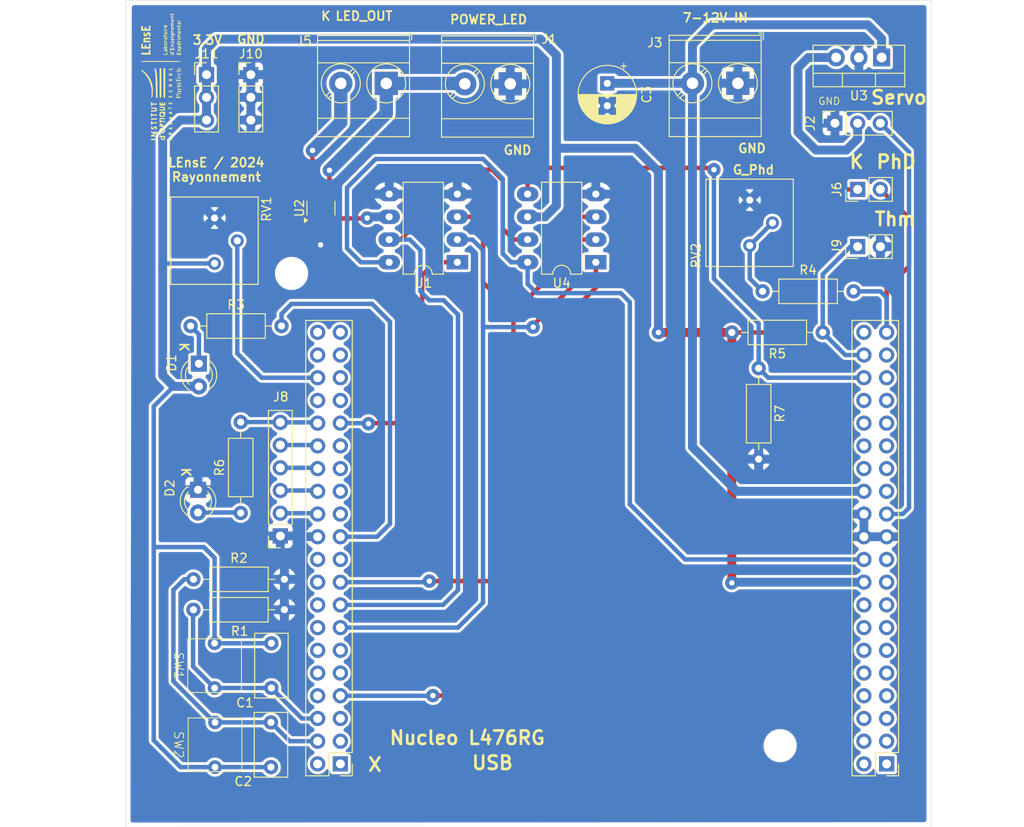
<source format=kicad_pcb>
(kicad_pcb (version 20240108) (generator "pcbnew") (generator_version "8.0")
  (layers (0 "F.Cu" signal) (31 "B.Cu" signal) (34 "B.Paste" user) (35 "F.Paste" user) (36 "B.SilkS" user "B.Silkscreen") (37 "F.SilkS" user "F.Silkscreen") (38 "B.Mask" user) (39 "F.Mask" user) (44 "Edge.Cuts" user))
  (net 0 "")
  (net 1 "GND")
  (net 2 "SW1_OUT")
  (net 3 "SW2_OUT")
  (net 4 "VIN")
  (net 5 "5V_NUC")
  (net 6 "LED_POW_IN")
  (net 14 "3.3V_NUC")
  (net 15 "SCK")
  (net 16 "MISO")
  (net 17 "MOSI")
  (net 19 "POT_OUT")
  (net 21 "USER_BUTTON")
  (net 23 "LED_OUT")
  (net 35 "RT_OUT")
  (net 41 "Servo")
  (net 42 "PHD_OUT")
  (net 45 "POT_NUM_OUT")
  (net 46 "Net-(J5-Pin_2)")
  (net 47 "Net-(D1-K)")
  (net 48 "CS_1")
  (net 51 "CS_2")
  (net 54 "Net-(J7-Pin_26)")
  (net 56 "Net-(J7-Pin_24)")
  (net 58 "Net-(J7-Pin_30)")
  (net 60 "5V")
  (net 68 "Net-(J7-Pin_28)")
  (net 75 "Net-(R4-Pad1)")
  (net 76 "Net-(U1-POB)")
  (net 83 "Net-(D2-A)")
  (net 85 "LED_OUT2")
  (net 86 "unconnected-(J4-Pin_30-Pad30)")
  (footprint "Connector_PinHeader_2.54mm:PinHeader_2x20_P2.54mm_Vertical" (layer "F.Cu") (at 208.5 143.44 180)
    (property "Reference" "J4" (hide yes))
    (property "Value" "Morpho_Gauche" (hide yes))
    (pad "1" thru_hole rect (at 0 0 180) (size 1.7 1.7) (drill 1) (layers "*.Cu" "*.Mask"))
    (pad "2" thru_hole oval (at 2.54 0 180) (size 1.7 1.7) (drill 1) (layers "*.Cu" "*.Mask"))
    (pad "3" thru_hole oval (at 0 2.54 180) (size 1.7 1.7) (drill 1) (layers "*.Cu" "*.Mask"))
    (pad "4" thru_hole oval (at 2.54 2.54 180) (size 1.7 1.7) (drill 1) (layers "*.Cu" "*.Mask"))
    (pad "5" thru_hole oval (at 0 5.08 180) (size 1.7 1.7) (drill 1) (layers "*.Cu" "*.Mask"))
    (pad "6" thru_hole oval (at 2.54 5.08 180) (size 1.7 1.7) (drill 1) (layers "*.Cu" "*.Mask"))
    (pad "7" thru_hole oval (at 0 7.62 180) (size 1.7 1.7) (drill 1) (layers "*.Cu" "*.Mask"))
    (pad "8" thru_hole oval (at 2.54 7.62 180) (size 1.7 1.7) (drill 1) (layers "*.Cu" "*.Mask"))
    (pad "9" thru_hole oval (at 0 10.16 180) (size 1.7 1.7) (drill 1) (layers "*.Cu" "*.Mask"))
    (pad "10" thru_hole oval (at 2.54 10.16 180) (size 1.7 1.7) (drill 1) (layers "*.Cu" "*.Mask"))
    (pad "11" thru_hole oval (at 0 12.7 180) (size 1.7 1.7) (drill 1) (layers "*.Cu" "*.Mask"))
    (pad "12" thru_hole oval (at 2.54 12.7 180) (size 1.7 1.7) (drill 1) (layers "*.Cu" "*.Mask"))
    (pad "13" thru_hole oval (at 0 15.24 180) (size 1.7 1.7) (drill 1) (layers "*.Cu" "*.Mask"))
    (pad "14" thru_hole oval (at 2.54 15.24 180) (size 1.7 1.7) (drill 1) (layers "*.Cu" "*.Mask"))
    (pad "15" thru_hole oval (at 0 17.78 180) (size 1.7 1.7) (drill 1) (layers "*.Cu" "*.Mask"))
    (pad "16" thru_hole oval (at 2.54 17.78 180) (size 1.7 1.7) (drill 1) (layers "*.Cu" "*.Mask"))
    (pad "17" thru_hole oval (at 0 20.32 180) (size 1.7 1.7) (drill 1) (layers "*.Cu" "*.Mask"))
    (pad "18" thru_hole oval (at 2.54 20.32 180) (size 1.7 1.7) (drill 1) (layers "*.Cu" "*.Mask") (net 14 "3.3V_NUC"))
    (pad "19" thru_hole oval (at 0 22.86 180) (size 1.7 1.7) (drill 1) (layers "*.Cu" "*.Mask"))
    (pad "20" thru_hole oval (at 2.54 22.86 180) (size 1.7 1.7) (drill 1) (layers "*.Cu" "*.Mask") (net 5 "5V_NUC"))
    (pad "21" thru_hole oval (at 0 25.4 180) (size 1.7 1.7) (drill 1) (layers "*.Cu" "*.Mask") (net 1 "GND"))
    (pad "22" thru_hole oval (at 2.54 25.4 180) (size 1.7 1.7) (drill 1) (layers "*.Cu" "*.Mask") (net 1 "GND"))
    (pad "23" thru_hole oval (at 0 27.94 180) (size 1.7 1.7) (drill 1) (layers "*.Cu" "*.Mask") (net 41 "Servo"))
    (pad "24" thru_hole oval (at 2.54 27.94 180) (size 1.7 1.7) (drill 1) (layers "*.Cu" "*.Mask") (net 1 "GND"))
    (pad "25" thru_hole oval (at 0 30.48 180) (size 1.7 1.7) (drill 1) (layers "*.Cu" "*.Mask") (net 21 "USER_BUTTON"))
    (pad "26" thru_hole oval (at 2.54 30.48 180) (size 1.7 1.7) (drill 1) (layers "*.Cu" "*.Mask") (net 4 "VIN"))
    (pad "27" thru_hole oval (at 0 33.02 180) (size 1.7 1.7) (drill 1) (layers "*.Cu" "*.Mask"))
    (pad "28" thru_hole oval (at 2.54 33.02 180) (size 1.7 1.7) (drill 1) (layers "*.Cu" "*.Mask"))
    (pad "29" thru_hole oval (at 0 35.56 180) (size 1.7 1.7) (drill 1) (layers "*.Cu" "*.Mask"))
    (pad "30" thru_hole oval (at 2.54 35.56 180) (size 1.7 1.7) (drill 1) (layers "*.Cu" "*.Mask") (net 86 "unconnected-(J4-Pin_30-Pad30)"))
    (pad "31" thru_hole oval (at 0 38.1 180) (size 1.7 1.7) (drill 1) (layers "*.Cu" "*.Mask"))
    (pad "32" thru_hole oval (at 2.54 38.1 180) (size 1.7 1.7) (drill 1) (layers "*.Cu" "*.Mask"))
    (pad "33" thru_hole oval (at 0 40.64 180) (size 1.7 1.7) (drill 1) (layers "*.Cu" "*.Mask"))
    (pad "34" thru_hole oval (at 2.54 40.64 180) (size 1.7 1.7) (drill 1) (layers "*.Cu" "*.Mask"))
    (pad "35" thru_hole oval (at 0 43.18 180) (size 1.7 1.7) (drill 1) (layers "*.Cu" "*.Mask"))
    (pad "36" thru_hole oval (at 2.54 43.18 180) (size 1.7 1.7) (drill 1) (layers "*.Cu" "*.Mask") (net 45 "POT_NUM_OUT"))
    (pad "37" thru_hole oval (at 0 45.72 180) (size 1.7 1.7) (drill 1) (layers "*.Cu" "*.Mask"))
    (pad "38" thru_hole oval (at 2.54 45.72 180) (size 1.7 1.7) (drill 1) (layers "*.Cu" "*.Mask") (net 35 "RT_OUT"))
    (pad "39" thru_hole oval (at 0 48.26 180) (size 1.7 1.7) (drill 1) (layers "*.Cu" "*.Mask") (net 42 "PHD_OUT"))
    (pad "40" thru_hole oval (at 2.54 48.26 180) (size 1.7 1.7) (drill 1) (layers "*.Cu" "*.Mask"))
  )
  (footprint "Connector_PinHeader_2.54mm:PinHeader_2x20_P2.54mm_Vertical" (layer "F.Cu") (at 147.460001 143.44 180)
    (property "Reference" "J7" (hide yes))
    (property "Value" "Morpho_Droite" (hide yes))
    (pad "1" thru_hole rect (at 0 0 180) (size 1.7 1.7) (drill 1) (layers "*.Cu" "*.Mask"))
    (pad "2" thru_hole oval (at 2.54 0 180) (size 1.7 1.7) (drill 1) (layers "*.Cu" "*.Mask"))
    (pad "3" thru_hole oval (at 0 2.54 180) (size 1.7 1.7) (drill 1) (layers "*.Cu" "*.Mask"))
    (pad "4" thru_hole oval (at 2.54 2.54 180) (size 1.7 1.7) (drill 1) (layers "*.Cu" "*.Mask") (net 3 "SW2_OUT"))
    (pad "5" thru_hole oval (at 0 5.08 180) (size 1.7 1.7) (drill 1) (layers "*.Cu" "*.Mask"))
    (pad "6" thru_hole oval (at 2.54 5.08 180) (size 1.7 1.7) (drill 1) (layers "*.Cu" "*.Mask") (net 2 "SW1_OUT"))
    (pad "7" thru_hole oval (at 0 7.62 180) (size 1.7 1.7) (drill 1) (layers "*.Cu" "*.Mask") (net 51 "CS_2"))
    (pad "8" thru_hole oval (at 2.54 7.62 180) (size 1.7 1.7) (drill 1) (layers "*.Cu" "*.Mask"))
    (pad "9" thru_hole oval (at 0 10.16 180) (size 1.7 1.7) (drill 1) (layers "*.Cu" "*.Mask"))
    (pad "10" thru_hole oval (at 2.54 10.16 180) (size 1.7 1.7) (drill 1) (layers "*.Cu" "*.Mask"))
    (pad "11" thru_hole oval (at 0 12.7 180) (size 1.7 1.7) (drill 1) (layers "*.Cu" "*.Mask"))
    (pad "12" thru_hole oval (at 2.54 12.7 180) (size 1.7 1.7) (drill 1) (layers "*.Cu" "*.Mask"))
    (pad "13" thru_hole oval (at 0 15.24 180) (size 1.7 1.7) (drill 1) (layers "*.Cu" "*.Mask") (net 15 "SCK"))
    (pad "14" thru_hole oval (at 2.54 15.24 180) (size 1.7 1.7) (drill 1) (layers "*.Cu" "*.Mask"))
    (pad "15" thru_hole oval (at 0 17.78 180) (size 1.7 1.7) (drill 1) (layers "*.Cu" "*.Mask") (net 16 "MISO"))
    (pad "16" thru_hole oval (at 2.54 17.78 180) (size 1.7 1.7) (drill 1) (layers "*.Cu" "*.Mask"))
    (pad "17" thru_hole oval (at 0 20.32 180) (size 1.7 1.7) (drill 1) (layers "*.Cu" "*.Mask") (net 17 "MOSI"))
    (pad "18" thru_hole oval (at 2.54 20.32 180) (size 1.7 1.7) (drill 1) (layers "*.Cu" "*.Mask"))
    (pad "19" thru_hole oval (at 0 22.86 180) (size 1.7 1.7) (drill 1) (layers "*.Cu" "*.Mask"))
    (pad "20" thru_hole oval (at 2.54 22.86 180) (size 1.7 1.7) (drill 1) (layers "*.Cu" "*.Mask"))
    (pad "21" thru_hole oval (at 0 25.4 180) (size 1.7 1.7) (drill 1) (layers "*.Cu" "*.Mask") (net 23 "LED_OUT"))
    (pad "22" thru_hole oval (at 2.54 25.4 180) (size 1.7 1.7) (drill 1) (layers "*.Cu" "*.Mask") (net 1 "GND"))
    (pad "23" thru_hole oval (at 0 27.94 180) (size 1.7 1.7) (drill 1) (layers "*.Cu" "*.Mask"))
    (pad "24" thru_hole oval (at 2.54 27.94 180) (size 1.7 1.7) (drill 1) (layers "*.Cu" "*.Mask") (net 56 "Net-(J7-Pin_24)"))
    (pad "25" thru_hole oval (at 0 30.48 180) (size 1.7 1.7) (drill 1) (layers "*.Cu" "*.Mask"))
    (pad "26" thru_hole oval (at 2.54 30.48 180) (size 1.7 1.7) (drill 1) (layers "*.Cu" "*.Mask") (net 54 "Net-(J7-Pin_26)"))
    (pad "27" thru_hole oval (at 0 33.02 180) (size 1.7 1.7) (drill 1) (layers "*.Cu" "*.Mask"))
    (pad "28" thru_hole oval (at 2.54 33.02 180) (size 1.7 1.7) (drill 1) (layers "*.Cu" "*.Mask") (net 68 "Net-(J7-Pin_28)"))
    (pad "29" thru_hole oval (at 0 35.56 180) (size 1.7 1.7) (drill 1) (layers "*.Cu" "*.Mask"))
    (pad "30" thru_hole oval (at 2.54 35.56 180) (size 1.7 1.7) (drill 1) (layers "*.Cu" "*.Mask") (net 58 "Net-(J7-Pin_30)"))
    (pad "31" thru_hole oval (at 0 38.1 180) (size 1.7 1.7) (drill 1) (layers "*.Cu" "*.Mask") (net 48 "CS_1"))
    (pad "32" thru_hole oval (at 2.54 38.1 180) (size 1.7 1.7) (drill 1) (layers "*.Cu" "*.Mask") (net 85 "LED_OUT2"))
    (pad "33" thru_hole oval (at 0 40.64 180) (size 1.7 1.7) (drill 1) (layers "*.Cu" "*.Mask"))
    (pad "34" thru_hole oval (at 2.54 40.64 180) (size 1.7 1.7) (drill 1) (layers "*.Cu" "*.Mask"))
    (pad "35" thru_hole oval (at 0 43.18 180) (size 1.7 1.7) (drill 1) (layers "*.Cu" "*.Mask"))
    (pad "36" thru_hole oval (at 2.54 43.18 180) (size 1.7 1.7) (drill 1) (layers "*.Cu" "*.Mask") (net 19 "POT_OUT"))
    (pad "37" thru_hole oval (at 0 45.72 180) (size 1.7 1.7) (drill 1) (layers "*.Cu" "*.Mask"))
    (pad "38" thru_hole oval (at 2.54 45.72 180) (size 1.7 1.7) (drill 1) (layers "*.Cu" "*.Mask"))
    (pad "39" thru_hole oval (at 0 48.26 180) (size 1.7 1.7) (drill 1) (layers "*.Cu" "*.Mask"))
    (pad "40" thru_hole oval (at 2.54 48.26 180) (size 1.7 1.7) (drill 1) (layers "*.Cu" "*.Mask"))
  )
  (footprint "TerminalBlock_Phoenix:TerminalBlock_Phoenix_MKDS-3-2-5.08_1x02_P5.08mm_Horizontal" (layer "F.Cu") (at 191.88 67.335 180)
    (property "Reference" "J3" (at 9.28 4.535 180) (layer "F.SilkS"))
    (property "Value" "POWER_IN")
    (pad "1" thru_hole rect (at 0 0 180) (size 2.6 2.6) (drill 1.3) (layers "*.Cu" "*.Mask") (net 1 "GND"))
    (pad "2" thru_hole circle (at 5.08 0 180) (size 2.6 2.6) (drill 1.3) (layers "*.Cu" "*.Mask") (net 4 "VIN"))
  )
  (footprint "TerminalBlock_Phoenix:TerminalBlock_Phoenix_MKDS-3-2-5.08_1x02_P5.08mm_Horizontal" (layer "F.Cu") (at 152.585 67.35 180)
    (property "Reference" "J5" (at 9.185 4.75 180) (layer "F.SilkS"))
    (property "Value" "LED_OUT")
    (pad "1" thru_hole rect (at 0 0 180) (size 2.6 2.6) (drill 1.3) (layers "*.Cu" "*.Mask") (net 6 "LED_POW_IN"))
    (pad "2" thru_hole circle (at 5.08 0 180) (size 2.6 2.6) (drill 1.3) (layers "*.Cu" "*.Mask") (net 46 "Net-(J5-Pin_2)"))
  )
  (footprint "Connector_PinHeader_2.54mm:PinHeader_1x03_P2.54mm_Vertical" (layer "F.Cu") (at 132.5 66.37)
    (property "Reference" "J11" (at 0 -2.33 0) (layer "F.SilkS"))
    (property "Value" "3.3V_reg")
    (pad "1" thru_hole rect (at 0 0) (size 1.7 1.7) (drill 1) (layers "*.Cu" "*.Mask") (net 14 "3.3V_NUC"))
    (pad "2" thru_hole oval (at 0 2.54) (size 1.7 1.7) (drill 1) (layers "*.Cu" "*.Mask") (net 14 "3.3V_NUC"))
    (pad "3" thru_hole oval (at 0 5.08) (size 1.7 1.7) (drill 1) (layers "*.Cu" "*.Mask") (net 14 "3.3V_NUC"))
  )
  (footprint "LED_THT:LED_D3.0mm_Clear" (layer "F.Cu") (at 131.55 112.79 -90)
    (property "Reference" "D2" (at -0.19 3.15 90) (layer "F.SilkS"))
    (property "Value" "LED")
    (pad "1" thru_hole rect (at 0 0 270) (size 1.8 1.8) (drill 0.9) (layers "*.Cu" "*.Mask") (net 1 "GND"))
    (pad "2" thru_hole circle (at 2.54 0 270) (size 1.8 1.8) (drill 0.9) (layers "*.Cu" "*.Mask") (net 83 "Net-(D2-A)"))
  )
  (footprint "LEnsE:Switch" (layer "F.Cu") (at 128.9 132.45 -90)
    (property "Reference" "SW1" (at 0 -0.5 -90) (layer "F.SilkS") (effects (font (thickness 0.1))))
    (property "Value" "SW_1")
    (pad "1" thru_hole circle (at -2.5 -4.5 270) (size 1.524 1.524) (drill 0.762) (layers "*.Cu" "*.Mask") (net 14 "3.3V_NUC"))
    (pad "2" thru_hole circle (at 2.5 -4.5 270) (size 1.524 1.524) (drill 0.762) (layers "*.Cu" "*.Mask") (net 2 "SW1_OUT"))
  )
  (footprint "Connector_PinSocket_2.54mm:PinSocket_1x03_P2.54mm_Vertical" (layer "F.Cu") (at 202.72 71.8 90)
    (property "Reference" "J2" (at 0 -2.77 -90) (layer "F.SilkS"))
    (property "Value" "Servo")
    (pad "1" thru_hole rect (at 0 0 90) (size 1.7 1.7) (drill 1) (layers "*.Cu" "*.Mask") (net 1 "GND"))
    (pad "2" thru_hole oval (at 0 2.54 90) (size 1.7 1.7) (drill 1) (layers "*.Cu" "*.Mask") (net 60 "5V"))
    (pad "3" thru_hole oval (at 0 5.08 90) (size 1.7 1.7) (drill 1) (layers "*.Cu" "*.Mask") (net 41 "Servo"))
  )
  (footprint "Potentiometer_THT:Potentiometer_Bourns_3386P_Vertical" (layer "F.Cu") (at 193.2 85.48)
    (property "Reference" "RV2" (at -6 1.12 90) (layer "F.SilkS"))
    (property "Value" "100k")
    (pad "1" thru_hole circle (at 0 0) (size 1.44 1.44) (drill 0.8) (layers "*.Cu" "*.Mask") (net 75 "Net-(R4-Pad1)"))
    (pad "2" thru_hole circle (at 2.54 -2.54) (size 1.44 1.44) (drill 0.8) (layers "*.Cu" "*.Mask") (net 75 "Net-(R4-Pad1)"))
    (pad "3" thru_hole circle (at 0 -5.08) (size 1.44 1.44) (drill 0.8) (layers "*.Cu" "*.Mask") (net 1 "GND"))
  )
  (footprint "Package_DIP:DIP-8_W7.62mm_LongPads" (layer "F.Cu") (at 176 87.35 180)
    (property "Reference" "U4" (at 3.81 -2.33 180) (layer "F.SilkS"))
    (property "Value" "~")
    (pad "1" thru_hole rect (at 0 0 180) (size 2.4 1.6) (drill 0.8) (layers "*.Cu" "*.Mask") (net 51 "CS_2"))
    (pad "2" thru_hole oval (at 0 2.54 180) (size 2.4 1.6) (drill 0.8) (layers "*.Cu" "*.Mask") (net 15 "SCK"))
    (pad "3" thru_hole oval (at 0 5.08 180) (size 2.4 1.6) (drill 0.8) (layers "*.Cu" "*.Mask") (net 17 "MOSI"))
    (pad "4" thru_hole oval (at 0 7.62 180) (size 2.4 1.6) (drill 0.8) (layers "*.Cu" "*.Mask") (net 1 "GND"))
    (pad "5" thru_hole oval (at 7.62 7.62 180) (size 2.4 1.6) (drill 0.8) (layers "*.Cu" "*.Mask") (net 45 "POT_NUM_OUT"))
    (pad "6" thru_hole oval (at 7.62 5.08 180) (size 2.4 1.6) (drill 0.8) (layers "*.Cu" "*.Mask") (net 14 "3.3V_NUC"))
    (pad "7" thru_hole oval (at 7.62 2.54 180) (size 2.4 1.6) (drill 0.8) (layers "*.Cu" "*.Mask") (net 16 "MISO"))
    (pad "8" thru_hole oval (at 7.62 0 180) (size 2.4 1.6) (drill 0.8) (layers "*.Cu" "*.Mask") (net 5 "5V_NUC"))
  )
  (footprint "Resistor_THT:R_Axial_DIN0207_L6.3mm_D2.5mm_P10.16mm_Horizontal" (layer "F.Cu") (at 131.04 122.8)
    (property "Reference" "R2" (at 5.08 -2.37 0) (layer "F.SilkS"))
    (property "Value" "8.2k")
    (pad "1" thru_hole circle (at 0 0) (size 1.6 1.6) (drill 0.8) (layers "*.Cu" "*.Mask") (net 3 "SW2_OUT"))
    (pad "2" thru_hole oval (at 10.16 0) (size 1.6 1.6) (drill 0.8) (layers "*.Cu" "*.Mask") (net 1 "GND"))
  )
  (footprint "TerminalBlock_Phoenix:TerminalBlock_Phoenix_MKDS-3-2-5.08_1x02_P5.08mm_Horizontal" (layer "F.Cu") (at 166.445 67.4 180)
    (property "Reference" "J1" (at -4.355 5 180) (layer "F.SilkS"))
    (property "Value" "LED_IN")
    (pad "1" thru_hole rect (at 0 0 180) (size 2.6 2.6) (drill 1.3) (layers "*.Cu" "*.Mask") (net 1 "GND"))
    (pad "2" thru_hole circle (at 5.08 0 180) (size 2.6 2.6) (drill 1.3) (layers "*.Cu" "*.Mask") (net 6 "LED_POW_IN"))
  )
  (footprint "Connector_PinHeader_2.54mm:PinHeader_1x02_P2.54mm_Vertical" (layer "F.Cu") (at 205.26 79.2 90)
    (property "Reference" "J6" (at 0 -2.33 -90) (layer "F.SilkS"))
    (property "Value" "PhotoDiode")
    (pad "1" thru_hole rect (at 0 0 90) (size 1.7 1.7) (drill 1) (layers "*.Cu" "*.Mask") (net 14 "3.3V_NUC"))
    (pad "2" thru_hole oval (at 0 2.54 90) (size 1.7 1.7) (drill 1) (layers "*.Cu" "*.Mask") (net 42 "PHD_OUT"))
  )
  (footprint "LED_THT:LED_D3.0mm_Clear" (layer "F.Cu") (at 131.65 98.69 -90)
    (property "Reference" "D1" (at -0.09 3.05 90) (layer "F.SilkS"))
    (property "Value" "LED")
    (pad "1" thru_hole rect (at 0 0 270) (size 1.8 1.8) (drill 0.9) (layers "*.Cu" "*.Mask") (net 47 "Net-(D1-K)"))
    (pad "2" thru_hole circle (at 2.54 0 270) (size 1.8 1.8) (drill 0.9) (layers "*.Cu" "*.Mask") (net 14 "3.3V_NUC"))
  )
  (footprint "Capacitor_THT:C_Rect_L7.0mm_W3.5mm_P5.00mm" (layer "F.Cu") (at 139.7 143.8 90)
    (property "Reference" "C2" (at -1.6 -3.1 0) (layer "F.SilkS"))
    (property "Value" "10nF")
    (pad "1" thru_hole circle (at 0 0 90) (size 1.6 1.6) (drill 0.8) (layers "*.Cu" "*.Mask") (net 14 "3.3V_NUC"))
    (pad "2" thru_hole circle (at 5 0 90) (size 1.6 1.6) (drill 0.8) (layers "*.Cu" "*.Mask") (net 3 "SW2_OUT"))
  )
  (footprint "Connector_PinSocket_2.54mm:PinSocket_1x06_P2.54mm_Vertical" (layer "F.Cu") (at 140.75 117.95 180)
    (property "Reference" "J8" (at -0.05 15.55 180) (layer "F.SilkS"))
    (property "Value" "D_IN_OUT")
    (pad "1" thru_hole rect (at 0 0 180) (size 1.7 1.7) (drill 1) (layers "*.Cu" "*.Mask") (net 1 "GND"))
    (pad "2" thru_hole oval (at 0 2.54 180) (size 1.7 1.7) (drill 1) (layers "*.Cu" "*.Mask") (net 56 "Net-(J7-Pin_24)"))
    (pad "3" thru_hole oval (at 0 5.08 180) (size 1.7 1.7) (drill 1) (layers "*.Cu" "*.Mask") (net 54 "Net-(J7-Pin_26)"))
    (pad "4" thru_hole oval (at 0 7.62 180) (size 1.7 1.7) (drill 1) (layers "*.Cu" "*.Mask") (net 68 "Net-(J7-Pin_28)"))
    (pad "5" thru_hole oval (at 0 10.16 180) (size 1.7 1.7) (drill 1) (layers "*.Cu" "*.Mask") (net 58 "Net-(J7-Pin_30)"))
    (pad "6" thru_hole oval (at 0 12.7 180) (size 1.7 1.7) (drill 1) (layers "*.Cu" "*.Mask") (net 85 "LED_OUT2"))
  )
  (footprint "Capacitor_THT:CP_Radial_D6.3mm_P2.50mm" (layer "F.Cu") (at 177.285 67.35 -90)
    (property "Reference" "C3" (at 1.25 -4.4 90) (layer "F.SilkS"))
    (property "Value" "C_Polarized")
    (pad "1" thru_hole rect (at 0 0 270) (size 1.6 1.6) (drill 0.8) (layers "*.Cu" "*.Mask") (net 4 "VIN"))
    (pad "2" thru_hole circle (at 2.5 0 270) (size 1.6 1.6) (drill 0.8) (layers "*.Cu" "*.Mask") (net 1 "GND"))
  )
  (footprint "Connector_PinHeader_2.54mm:PinHeader_1x02_P2.54mm_Vertical" (layer "F.Cu") (at 205.26 85.6 90)
    (property "Reference" "J9" (at 0 -2.33 -90) (layer "F.SilkS"))
    (property "Value" "Thermistance")
    (pad "1" thru_hole rect (at 0 0 90) (size 1.7 1.7) (drill 1) (layers "*.Cu" "*.Mask") (net 35 "RT_OUT"))
    (pad "2" thru_hole oval (at 0 2.54 90) (size 1.7 1.7) (drill 1) (layers "*.Cu" "*.Mask") (net 1 "GND"))
  )
  (footprint "Resistor_THT:R_Axial_DIN0207_L6.3mm_D2.5mm_P10.16mm_Horizontal" (layer "F.Cu") (at 194.64 90.6)
    (property "Reference" "R4" (at 5.08 -2.37 0) (layer "F.SilkS"))
    (property "Value" "100k")
    (pad "1" thru_hole circle (at 0 0) (size 1.6 1.6) (drill 0.8) (layers "*.Cu" "*.Mask") (net 75 "Net-(R4-Pad1)"))
    (pad "2" thru_hole oval (at 10.16 0) (size 1.6 1.6) (drill 0.8) (layers "*.Cu" "*.Mask") (net 42 "PHD_OUT"))
  )
  (footprint "Capacitor_THT:C_Rect_L7.0mm_W3.5mm_P5.00mm" (layer "F.Cu") (at 139.75 129.95 -90)
    (property "Reference" "C1" (at 6.649999 2.949999 180) (layer "F.SilkS"))
    (property "Value" "10nF")
    (pad "1" thru_hole circle (at 0 0 270) (size 1.6 1.6) (drill 0.8) (layers "*.Cu" "*.Mask") (net 14 "3.3V_NUC"))
    (pad "2" thru_hole circle (at 5 0 270) (size 1.6 1.6) (drill 0.8) (layers "*.Cu" "*.Mask") (net 2 "SW1_OUT"))
  )
  (footprint "MountingHole:MountingHole_3.2mm_M3" (layer "F.Cu") (at 142 88.6)
    (property "Reference" "REF**" (hide yes))
    (property "Value" "MountingHole_3.2mm_M3")
    (pad "" np_thru_hole circle (at 0 0) (size 3.2 3.2) (drill 3.2) (layers "F&B.Cu" "*.Mask"))
  )
  (footprint "LEnsE:Switch" (layer "F.Cu") (at 137.95 141.3 90)
    (property "Reference" "SW2" (at 0.000002 -8.55 -90) (layer "F.SilkS") (effects (font (thickness 0.1))))
    (property "Value" "SW_2")
    (pad "1" thru_hole circle (at -2.5 -4.5 90) (size 1.524 1.524) (drill 0.762) (layers "*.Cu" "*.Mask") (net 14 "3.3V_NUC"))
    (pad "2" thru_hole circle (at 2.5 -4.5 90) (size 1.524 1.524) (drill 0.762) (layers "*.Cu" "*.Mask") (net 3 "SW2_OUT"))
  )
  (footprint "Resistor_THT:R_Axial_DIN0207_L6.3mm_D2.5mm_P10.16mm_Horizontal" (layer "F.Cu") (at 130.72 94.48)
    (property "Reference" "R3" (at 5.08 -2.37 0) (layer "F.SilkS"))
    (property "Value" "100")
    (pad "1" thru_hole circle (at 0 0) (size 1.6 1.6) (drill 0.8) (layers "*.Cu" "*.Mask") (net 47 "Net-(D1-K)"))
    (pad "2" thru_hole oval (at 10.16 0) (size 1.6 1.6) (drill 0.8) (layers "*.Cu" "*.Mask") (net 23 "LED_OUT"))
  )
  (footprint "MountingHole:MountingHole_3.2mm_M3" (layer "F.Cu") (at 196.6 141.4)
    (property "Reference" "REF**" (hide yes))
    (property "Value" "MountingHole_3.2mm_M3")
    (pad "" np_thru_hole circle (at 0 0) (size 3.2 3.2) (drill 3.2) (layers "*.Cu" "*.Mask"))
  )
  (footprint "Resistor_THT:R_Axial_DIN0207_L6.3mm_D2.5mm_P10.16mm_Horizontal" (layer "F.Cu") (at 131.04 126.2)
    (property "Reference" "R1" (at 5.16 2.4 0) (layer "F.SilkS"))
    (property "Value" "8.2k")
    (pad "1" thru_hole circle (at 0 0) (size 1.6 1.6) (drill 0.8) (layers "*.Cu" "*.Mask") (net 2 "SW1_OUT"))
    (pad "2" thru_hole oval (at 10.16 0) (size 1.6 1.6) (drill 0.8) (layers "*.Cu" "*.Mask") (net 1 "GND"))
  )
  (footprint "Resistor_THT:R_Axial_DIN0207_L6.3mm_D2.5mm_P10.16mm_Horizontal" (layer "F.Cu") (at 136.32 115.38 90)
    (property "Reference" "R6" (at 5.08 -2.37 -90) (layer "F.SilkS"))
    (property "Value" "100")
    (pad "1" thru_hole circle (at 0 0 90) (size 1.6 1.6) (drill 0.8) (layers "*.Cu" "*.Mask") (net 83 "Net-(D2-A)"))
    (pad "2" thru_hole oval (at 10.16 0 90) (size 1.6 1.6) (drill 0.8) (layers "*.Cu" "*.Mask") (net 85 "LED_OUT2"))
  )
  (footprint "Connector_PinHeader_2.54mm:PinHeader_1x03_P2.54mm_Vertical" (layer "F.Cu") (at 137.45 66.37)
    (property "Reference" "J10" (at 0 -2.33 0) (layer "F.SilkS"))
    (property "Value" "GND_reg")
    (pad "1" thru_hole rect (at 0 0) (size 1.7 1.7) (drill 1) (layers "*.Cu" "*.Mask") (net 1 "GND"))
    (pad "2" thru_hole oval (at 0 2.54) (size 1.7 1.7) (drill 1) (layers "*.Cu" "*.Mask") (net 1 "GND"))
    (pad "3" thru_hole oval (at 0 5.08) (size 1.7 1.7) (drill 1) (layers "*.Cu" "*.Mask") (net 1 "GND"))
  )
  (footprint "Package_TO_SOT_SMD:SC-74-6_1.55x2.9mm_P0.95mm" (layer "F.Cu") (at 145.285 81.3 90)
    (property "Reference" "U2" (at 0 -2.4 -90) (layer "F.SilkS"))
    (property "Value" "BCR430UW6")
    (pad "1" smd roundrect (at -1.15 -0.95 90) (size 1.6 0.6) (layers "F.Cu" "F.Paste" "F.Mask"))
    (pad "2" smd roundrect (at -1.15 0 90) (size 1.6 0.6) (layers "F.Cu" "F.Paste" "F.Mask") (net 1 "GND"))
    (pad "3" smd roundrect (at -1.15 0.95 90) (size 1.6 0.6) (layers "F.Cu" "F.Paste" "F.Mask") (net 76 "Net-(U1-POB)"))
    (pad "4" smd roundrect (at 1.15 0.95 90) (size 1.6 0.6) (layers "F.Cu" "F.Paste" "F.Mask") (net 6 "LED_POW_IN"))
    (pad "5" smd roundrect (at 1.15 0 90) (size 1.6 0.6) (layers "F.Cu" "F.Paste" "F.Mask"))
    (pad "6" smd roundrect (at 1.15 -0.95 90) (size 1.6 0.6) (layers "F.Cu" "F.Paste" "F.Mask") (net 46 "Net-(J5-Pin_2)"))
  )
  (footprint "Resistor_THT:R_Axial_DIN0207_L6.3mm_D2.5mm_P10.16mm_Horizontal" (layer "F.Cu") (at 201.36 95.2 180)
    (property "Reference" "R5" (at 5.08 -2.37 180) (layer "F.SilkS"))
    (property "Value" "10k")
    (pad "1" thru_hole circle (at 0 0 180) (size 1.6 1.6) (drill 0.8) (layers "*.Cu" "*.Mask") (net 35 "RT_OUT"))
    (pad "2" thru_hole oval (at 10.16 0 180) (size 1.6 1.6) (drill 0.8) (layers "*.Cu" "*.Mask") (net 14 "3.3V_NUC"))
  )
  (footprint "Resistor_THT:R_Axial_DIN0207_L6.3mm_D2.5mm_P10.16mm_Horizontal" (layer "F.Cu") (at 194.2 99.2 -90)
    (property "Reference" "R7" (at 5.08 -2.37 90) (layer "F.SilkS"))
    (property "Value" "1k")
    (pad "1" thru_hole circle (at 0 0 270) (size 1.6 1.6) (drill 0.8) (layers "*.Cu" "*.Mask") (net 45 "POT_NUM_OUT"))
    (pad "2" thru_hole oval (at 10.16 0 270) (size 1.6 1.6) (drill 0.8) (layers "*.Cu" "*.Mask") (net 1 "GND"))
  )
  (footprint "Package_TO_SOT_THT:TO-220-3_Vertical" (layer "F.Cu") (at 207.94 64.455 180)
    (property "Reference" "U3" (at 2.54 -4.27 180) (layer "F.SilkS"))
    (property "Value" "LM7805_TO220")
    (pad "1" thru_hole rect (at 0 0 180) (size 1.905 2) (drill 1.1) (layers "*.Cu" "*.Mask") (net 4 "VIN"))
    (pad "2" thru_hole oval (at 2.54 0 180) (size 1.905 2) (drill 1.1) (layers "*.Cu" "*.Mask") (net 1 "GND"))
    (pad "3" thru_hole oval (at 5.08 0 180) (size 1.905 2) (drill 1.1) (layers "*.Cu" "*.Mask") (net 60 "5V"))
  )
  (footprint "LEnsE:Logo_Small" (layer "F.Cu") (at 127.2 66.6 90)
    (property "Reference" "G***" (hide yes))
    (property "Value" "LOGO" (hide yes))
  )
  (footprint "Package_DIP:DIP-8_W7.62mm_LongPads" (layer "F.Cu") (at 160.53 87.35 180)
    (property "Reference" "U1" (at 3.81 -2.33 180) (layer "F.SilkS"))
    (property "Value" "~")
    (pad "1" thru_hole rect (at 0 0 180) (size 2.4 1.6) (drill 0.8) (layers "*.Cu" "*.Mask") (net 48 "CS_1"))
    (pad "2" thru_hole oval (at 0 2.54 180) (size 2.4 1.6) (drill 0.8) (layers "*.Cu" "*.Mask") (net 15 "SCK"))
    (pad "3" thru_hole oval (at 0 5.08 180) (size 2.4 1.6) (drill 0.8) (layers "*.Cu" "*.Mask") (net 17 "MOSI"))
    (pad "4" thru_hole oval (at 0 7.62 180) (size 2.4 1.6) (drill 0.8) (layers "*.Cu" "*.Mask") (net 1 "GND"))
    (pad "5" thru_hole oval (at 7.62 7.62 180) (size 2.4 1.6) (drill 0.8) (layers "*.Cu" "*.Mask") (net 1 "GND"))
    (pad "6" thru_hole oval (at 7.62 5.08 180) (size 2.4 1.6) (drill 0.8) (layers "*.Cu" "*.Mask") (net 76 "Net-(U1-POB)"))
    (pad "7" thru_hole oval (at 7.62 2.54 180) (size 2.4 1.6) (drill 0.8) (layers "*.Cu" "*.Mask") (net 16 "MISO"))
    (pad "8" thru_hole oval (at 7.62 0 180) (size 2.4 1.6) (drill 0.8) (layers "*.Cu" "*.Mask") (net 5 "5V_NUC"))
  )
  (footprint "Potentiometer_THT:Potentiometer_Bourns_3386P_Vertical" (layer "F.Cu") (at 133.4 87.48)
    (property "Reference" "RV1" (at 5.8 -6.08 90) (layer "F.SilkS"))
    (property "Value" "22k")
    (pad "1" thru_hole circle (at 0 0) (size 1.44 1.44) (drill 0.8) (layers "*.Cu" "*.Mask") (net 14 "3.3V_NUC"))
    (pad "2" thru_hole circle (at 2.54 -2.54) (size 1.44 1.44) (drill 0.8) (layers "*.Cu" "*.Mask") (net 19 "POT_OUT"))
    (pad "3" thru_hole circle (at 0 -5.08) (size 1.44 1.44) (drill 0.8) (layers "*.Cu" "*.Mask") (net 1 "GND"))
  )
  (gr_rect (start 123.5 58.05) (end 213.5 150.5) (stroke (width 0.05)) (fill none) (layer "Edge.Cuts"))
  (gr_text "Nucleo L476RG" (at 152.8 141.4 0) (layer "F.SilkS") (effects (font (size 1.5 1.5) (thickness 0.3) (bold yes)) (justify left bottom)))
  (gr_text "G_Phd" (at 191.2 77.6 0) (layer "F.SilkS") (effects (font (size 1 1) (thickness 0.2) (bold yes)) (justify left bottom)))
  (gr_text "LED_OUT" (at 146.8 60.4 0) (layer "F.SilkS") (effects (font (size 1 1) (thickness 0.2) (bold yes)) (justify left bottom)))
  (gr_text "PhD" (at 207.2 77 0) (layer "F.SilkS") (effects (font (size 1.5 1.5) (thickness 0.3) (bold yes)) (justify left bottom)))
  (gr_text "7-12V IN" (at 185.6 60.6 0) (layer "F.SilkS") (effects (font (size 1 1) (thickness 0.2) (bold yes)) (justify left bottom)))
  (gr_text "K" (at 204.2 77 0) (layer "F.SilkS") (effects (font (size 1.5 1.5) (thickness 0.3) (bold yes)) (justify left bottom)))
  (gr_text "K" (at 129.4 96.2 -90) (layer "F.SilkS") (effects (font (size 1 1) (thickness 0.2) (bold yes)) (justify left bottom)))
  (gr_text "3.3V" (at 130.844953 63.083047 0) (layer "F.SilkS") (effects (font (size 1 1) (thickness 0.2) (bold yes)) (justify left bottom)))
  (gr_text "Thm" (at 207 83.4 0) (layer "F.SilkS") (effects (font (size 1.5 1.5) (thickness 0.3) (bold yes)) (justify left bottom)))
  (gr_text "K" (at 145.2 60.4 0) (layer "F.SilkS") (effects (font (size 1 1) (thickness 0.2) (bold yes)) (justify left bottom)))
  (gr_text "LEnsE / 2024\nRayonnement" (at 133.6 78.4 0) (layer "F.SilkS") (effects (font (size 1 1) (thickness 0.2) (bold yes)) (justify bottom)))
  (gr_text "GND" (at 165.6 75.4 0) (layer "F.SilkS") (effects (font (size 1 1) (thickness 0.2) (bold yes)) (justify left bottom)))
  (gr_text "Servo" (at 206.6 69.8 0) (layer "F.SilkS") (effects (font (size 1.5 1.5) (thickness 0.3) (bold yes)) (justify left bottom)))
  (gr_text "GND" (at 191.8 75.2 0) (layer "F.SilkS") (effects (font (size 1 1) (thickness 0.2) (bold yes)) (justify left bottom)))
  (gr_text "X" (at 150.4 144.4 0) (layer "F.SilkS") (effects (font (size 1.5 1.5) (thickness 0.3) (bold yes)) (justify left bottom)))
  (gr_text "GND" (at 200.8 69.8 0) (layer "F.SilkS") (effects (font (size 0.8 0.8) (thickness 0.1)) (justify left bottom)))
  (gr_text "POWER_LED" (at 159.6 60.8 0) (layer "F.SilkS") (effects (font (size 1 1) (thickness 0.2) (bold yes)) (justify left bottom)))
  (gr_text "K" (at 129.6 110.2 -90) (layer "F.SilkS") (effects (font (size 1 1) (thickness 0.2) (bold yes)) (justify left bottom)))
  (gr_text "GND" (at 135.8 63 0) (layer "F.SilkS") (effects (font (size 1 1) (thickness 0.2) (bold yes)) (justify left bottom)))
  (gr_text "USB" (at 162 144.2 0) (layer "F.SilkS") (effects (font (size 1.5 1.5) (thickness 0.3) (bold yes)) (justify left bottom)))
  (segment (start 145.285 85.365) (end 145.285 82.45) (width 0.5) (layer "F.Cu") (net 1))
  (segment (start 145.25 85.4) (end 145.285 85.365) (width 0.5) (layer "F.Cu") (net 1))
  (via (at 145.25 85.4) (size 1.5) (drill 0.6) (layers "F.Cu" "B.Cu") (net 1))
  (segment (start 202.86 71.66) (end 202.72 71.8) (width 1) (layer "B.Cu") (net 1))
  (segment (start 133.4 134.95) (end 139.75 134.95) (width 0.5) (layer "B.Cu") (net 2))
  (segment (start 131 132.55) (end 131 126.24) (width 0.5) (layer "B.Cu") (net 2))
  (segment (start 143.16 138.36) (end 139.75 134.95) (width 0.5) (layer "B.Cu") (net 2))
  (segment (start 131 126.24) (end 131.04 126.2) (width 0.5) (layer "B.Cu") (net 2))
  (segment (start 144.920001 138.36) (end 143.16 138.36) (width 0.5) (layer "B.Cu") (net 2))
  (segment (start 133.4 134.95) (end 131 132.55) (width 0.5) (layer "B.Cu") (net 2))
  (segment (start 128.8 124) (end 130 122.8) (width 0.5) (layer "B.Cu") (net 3))
  (segment (start 133.4 138.8) (end 128.8 134.2) (width 0.5) (layer "B.Cu") (net 3))
  (segment (start 133.45 138.8) (end 133.4 138.8) (width 0.5) (layer "B.Cu") (net 3))
  (segment (start 128.8 134.2) (end 128.8 124) (width 0.5) (layer "B.Cu") (net 3))
  (segment (start 141.8 140.9) (end 139.7 138.8) (width 0.5) (layer "B.Cu") (net 3))
  (segment (start 144.920001 140.9) (end 141.8 140.9) (width 0.5) (layer "B.Cu") (net 3))
  (segment (start 130 122.8) (end 131.2 122.8) (width 0.5) (layer "B.Cu") (net 3))
  (segment (start 139.7 138.8) (end 133.45 138.8) (width 0.5) (layer "B.Cu") (net 3))
  (segment (start 206.4 60.8) (end 207.94 62.34) (width 1) (layer "B.Cu") (net 4))
  (segment (start 189 60.8) (end 206.4 60.8) (width 1) (layer "B.Cu") (net 4))
  (segment (start 186.8 67.335) (end 177.3 67.335) (width 1) (layer "B.Cu") (net 4))
  (segment (start 186.8 108) (end 191.76 112.96) (width 1) (layer "B.Cu") (net 4))
  (segment (start 186.8 67.335) (end 186.8 108) (width 1) (layer "B.Cu") (net 4))
  (segment (start 191.76 112.96) (end 205.96 112.96) (width 1) (layer "B.Cu") (net 4))
  (segment (start 177.3 67.335) (end 177.285 67.35) (width 1) (layer "B.Cu") (net 4))
  (segment (start 207.94 62.34) (end 207.94 64.455) (width 1) (layer "B.Cu") (net 4))
  (segment (start 186.8 63) (end 189 60.8) (width 1) (layer "B.Cu") (net 4))
  (segment (start 186.8 67.335) (end 186.8 63) (width 1) (layer "B.Cu") (net 4))
  (segment (start 179.8 91.8) (end 179.8 114.4) (width 0.5) (layer "B.Cu") (net 5))
  (segment (start 168.38 87.35) (end 168.38 89.78) (width 0.5) (layer "B.Cu") (net 5))
  (segment (start 163.4 75.8) (end 165.6 78) (width 0.5) (layer "B.Cu") (net 5))
  (segment (start 151.4 75.8) (end 163.4 75.8) (width 0.5) (layer "B.Cu") (net 5))
  (segment (start 165.6 86.4) (end 166.55 87.35) (width 0.5) (layer "B.Cu") (net 5))
  (segment (start 185.98 120.58) (end 205.96 120.58) (width 0.5) (layer "B.Cu") (net 5))
  (segment (start 152.91 87.35) (end 149.75 87.35) (width 0.5) (layer "B.Cu") (net 5))
  (segment (start 169.4 90.8) (end 178.8 90.8) (width 0.5) (layer "B.Cu") (net 5))
  (segment (start 178.8 90.8) (end 179.8 91.8) (width 0.5) (layer "B.Cu") (net 5))
  (segment (start 179.8 114.4) (end 185.98 120.58) (width 0.5) (layer "B.Cu") (net 5))
  (segment (start 148.2 79) (end 151.4 75.8) (width 0.5) (layer "B.Cu") (net 5))
  (segment (start 165.6 78) (end 165.6 86.4) (width 0.5) (layer "B.Cu") (net 5))
  (segment (start 166.55 87.35) (end 168.38 87.35) (width 0.5) (layer "B.Cu") (net 5))
  (segment (start 148.2 85.8) (end 148.2 79) (width 0.5) (layer "B.Cu") (net 5))
  (segment (start 149.75 87.35) (end 148.2 85.8) (width 0.5) (layer "B.Cu") (net 5))
  (segment (start 168.38 89.78) (end 169.4 90.8) (width 0.5) (layer "B.Cu") (net 5))
  (segment (start 146.235 80.15) (end 146.235 77.065) (width 0.5) (layer "F.Cu") (net 6))
  (segment (start 146.25 77.05) (end 146.235 77.065) (width 0.5) (layer "F.Cu") (net 6))
  (via (at 146.235 77.065) (size 1.5) (drill 0.6) (layers "F.Cu" "B.Cu") (net 6))
  (segment (start 152.585 67.35) (end 161.315 67.35) (width 1.5) (layer "B.Cu") (net 6))
  (segment (start 152.585 67.35) (end 152.585 70.715) (width 1.5) (layer "B.Cu") (net 6))
  (segment (start 152.585 70.715) (end 146.235 77.065) (width 1.5) (layer "B.Cu") (net 6))
  (segment (start 161.315 67.35) (end 161.365 67.4) (width 1.5) (layer "B.Cu") (net 6))
  (segment (start 200 90.2) (end 200 80.4) (width 0.5) (layer "F.Cu") (net 14))
  (segment (start 195 95.2) (end 200 90.2) (width 0.5) (layer "F.Cu") (net 14))
  (segment (start 200 80.4) (end 201.2 79.2) (width 0.5) (layer "F.Cu") (net 14))
  (segment (start 183 95.2) (end 191.2 95.2) (width 1) (layer "F.Cu") (net 14))
  (segment (start 191.2 95.2) (end 195 95.2) (width 0.5) (layer "F.Cu") (net 14))
  (segment (start 201.2 79.2) (end 205.26 79.2) (width 0.5) (layer "F.Cu") (net 14))
  (segment (start 191.2 95.2) (end 191.2 123.2) (width 1) (layer "F.Cu") (net 14))
  (via (at 183 95.2) (size 1.5) (drill 0.6) (layers "F.Cu" "B.Cu") (net 14))
  (via (at 191.2 123.2) (size 1.5) (drill 0.6) (layers "F.Cu" "B.Cu") (net 14))
  (segment (start 132.5 63.5) (end 133.6 62.4) (width 1) (layer "B.Cu") (net 14))
  (segment (start 129.55 71.45) (end 132.5 71.45) (width 1) (layer "B.Cu") (net 14))
  (segment (start 183 95.2) (end 183 77.2) (width 1) (layer "B.Cu") (net 14))
  (segment (start 133.4 87.48) (end 127.72 87.48) (width 0.5) (layer "B.Cu") (net 14))
  (segment (start 171.6 81) (end 170.33 82.27) (width 1) (layer "B.Cu") (net 14))
  (segment (start 127.72 87.48) (end 127.6 87.6) (width 0.5) (layer "B.Cu") (net 14))
  (segment (start 180.4 74.6) (end 171.6 74.6) (width 1) (layer "B.Cu") (net 14))
  (segment (start 132.2 119.2) (end 126.8 119.2) (width 0.5) (layer "B.Cu") (net 14))
  (segment (start 183 77.2) (end 180.4 74.6) (width 1) (layer "B.Cu") (net 14))
  (segment (start 132.5 66.37) (end 132.5 68.91) (width 1) (layer "B.Cu") (net 14))
  (segment (start 133.45 143.8) (end 129.6 143.8) (width 0.5) (layer "B.Cu") (net 14))
  (segment (start 126.6 119) (end 126.6 103.46) (width 0.5) (layer "B.Cu") (net 14))
  (segment (start 127.6 87.6) (end 127.6 73.4) (width 1) (layer "B.Cu") (net 14))
  (segment (start 127.6 100) (end 127.6 87.6) (width 1) (layer "B.Cu") (net 14))
  (segment (start 133.4 129.95) (end 133.4 120.4) (width 0.5) (layer "B.Cu") (net 14))
  (segment (start 127.6 73.4) (end 129.55 71.45) (width 1) (layer "B.Cu") (net 14))
  (segment (start 191.2 123.2) (end 191.28 123.12) (width 0.5) (layer "B.Cu") (net 14))
  (segment (start 126.6 140.8) (end 126.6 119) (width 0.5) (layer "B.Cu") (net 14))
  (segment (start 126.8 119.2) (end 126.6 119) (width 0.5) (layer "B.Cu") (net 14))
  (segment (start 133.4 120.4) (end 132.2 119.2) (width 0.5) (layer "B.Cu") (net 14))
  (segment (start 129.6 143.8) (end 126.6 140.8) (width 0.5) (layer "B.Cu") (net 14))
  (segment (start 128.83 101.23) (end 127.6 100) (width 1) (layer "B.Cu") (net 14))
  (segment (start 126.6 103.46) (end 128.83 101.23) (width 0.5) (layer "B.Cu") (net 14))
  (segment (start 132.5 71.45) (end 132.5 68.91) (width 1) (layer "B.Cu") (net 14))
  (segment (start 131.65 101.23) (end 128.83 101.23) (width 1) (layer "B.Cu") (net 14))
  (segment (start 133.6 62.4) (end 169.8 62.4) (width 1) (layer "B.Cu") (net 14))
  (segment (start 171.6 74.6) (end 171.6 81) (width 1) (layer "B.Cu") (net 14))
  (segment (start 139.75 129.95) (end 133.4 129.95) (width 0.5) (layer "B.Cu") (net 14))
  (segment (start 171.6 64.2) (end 171.6 74.6) (width 1) (layer "B.Cu") (net 14))
  (segment (start 170.33 82.27) (end 168.38 82.27) (width 1) (layer "B.Cu") (net 14))
  (segment (start 191.28 123.12) (end 205.96 123.12) (width 1) (layer "B.Cu") (net 14))
  (segment (start 139.7 143.8) (end 133.45 143.8) (width 0.5) (layer "B.Cu") (net 14))
  (segment (start 132.5 66.37) (end 132.5 63.5) (width 1) (layer "B.Cu") (net 14))
  (segment (start 169.8 62.4) (end 171.6 64.2) (width 1) (layer "B.Cu") (net 14))
  (segment (start 173.4 90) (end 173.4 85.6) (width 0.5) (layer "F.Cu") (net 15))
  (segment (start 173.4 85.6) (end 174.19 84.81) (width 0.5) (layer "F.Cu") (net 15))
  (segment (start 174.19 84.81) (end 176 84.81) (width 0.5) (layer "F.Cu") (net 15))
  (segment (start 169 94.4) (end 173.4 90) (width 0.5) (layer "F.Cu") (net 15))
  (segment (start 169 94.6) (end 169 94.4) (width 0.5) (layer "F.Cu") (net 15))
  (via (at 169 94.6) (size 1.5) (drill 0.6) (layers "F.Cu" "B.Cu") (net 15))
  (segment (start 162.21 84.81) (end 160.53 84.81) (width 0.5) (layer "B.Cu") (net 15))
  (segment (start 169 94.6) (end 163.4 94.6) (width 0.5) (layer "B.Cu") (net 15))
  (segment (start 163.4 94.6) (end 163.4 94) (width 0.5) (layer "B.Cu") (net 15))
  (segment (start 147.460001 128.2) (end 160.6 128.2) (width 0.5) (layer "B.Cu") (net 15))
  (segment (start 163.4 86) (end 162.21 84.81) (width 0.5) (layer "B.Cu") (net 15))
  (segment (start 163.4 125.4) (end 163.4 94) (width 0.5) (layer "B.Cu") (net 15))
  (segment (start 163.4 94) (end 163.4 86) (width 0.5) (layer "B.Cu") (net 15))
  (segment (start 160.6 128.2) (end 163.4 125.4) (width 0.5) (layer "B.Cu") (net 15))
  (segment (start 157.2 77) (end 164.4 77) (width 0.5) (layer "F.Cu") (net 16))
  (segment (start 154.19 84.81) (end 156 83) (width 0.5) (layer "F.Cu") (net 16))
  (segment (start 164.4 77) (end 165.6 78.2) (width 0.5) (layer "F.Cu") (net 16))
  (segment (start 156 78.2) (end 157.2 77) (width 0.5) (layer "F.Cu") (net 16))
  (segment (start 152.91 84.81) (end 154.19 84.81) (width 0.5) (layer "F.Cu") (net 16))
  (segment (start 166.81 84.81) (end 168.38 84.81) (width 0.5) (layer "F.Cu") (net 16))
  (segment (start 156 83) (end 156 78.2) (width 0.5) (layer "F.Cu") (net 16))
  (segment (start 165.6 78.2) (end 165.6 83.6) (width 0.5) (layer "F.Cu") (net 16))
  (segment (start 165.6 83.6) (end 166.81 84.81) (width 0.5) (layer "F.Cu") (net 16))
  (segment (start 157.4 91.6) (end 156.4 90.6) (width 0.5) (layer "B.Cu") (net 16))
  (segment (start 156.4 90.6) (end 156.4 86) (width 0.5) (layer "B.Cu") (net 16))
  (segment (start 156.4 86) (end 155.21 84.81) (width 0.5) (layer "B.Cu") (net 16))
  (segment (start 159 91.6) (end 157.4 91.6) (width 0.5) (layer "B.Cu") (net 16))
  (segment (start 147.460001 125.66) (end 158.94 125.66) (width 0.5) (layer "B.Cu") (net 16))
  (segment (start 160.6 124) (end 160.6 93.2) (width 0.5) (layer "B.Cu") (net 16))
  (segment (start 158.94 125.66) (end 160.6 124) (width 0.5) (layer "B.Cu") (net 16))
  (segment (start 155.21 84.81) (end 152.91 84.81) (width 0.5) (layer "B.Cu") (net 16))
  (segment (start 160.6 93.2) (end 159 91.6) (width 0.5) (layer "B.Cu") (net 16))
  (segment (start 171.4 85) (end 171.4 88.4) (width 0.5) (layer "F.Cu") (net 17))
  (segment (start 165.6 123) (end 157.4 123) (width 0.5) (layer "F.Cu") (net 17))
  (segment (start 163.4 89.6) (end 166.8 93) (width 0.5) (layer "F.Cu") (net 17))
  (segment (start 166.8 94.6) (end 166.8 121.8) (width 0.5) (layer "F.Cu") (net 17))
  (segment (start 163.4 82.8) (end 163.4 89.6) (width 0.5) (layer "F.Cu") (net 17))
  (segment (start 174.13 82.27) (end 171.4 85) (width 0.5) (layer "F.Cu") (net 17))
  (segment (start 171.4 88.4) (end 166.8 93) (width 0.5) (layer "F.Cu") (net 17))
  (segment (start 166.8 93) (end 166.8 94.6) (width 0.5) (layer "F.Cu") (net 17))
  (segment (start 162.87 82.27) (end 163.4 82.8) (width 0.5) (layer "F.Cu") (net 17))
  (segment (start 166.8 121.8) (end 165.6 123) (width 0.5) (layer "F.Cu") (net 17))
  (segment (start 176 82.27) (end 174.13 82.27) (width 0.5) (layer "F.Cu") (net 17))
  (segment (start 160.53 82.27) (end 162.87 82.27) (width 0.5) (layer "F.Cu") (net 17))
  (via (at 157.4 123) (size 1.5) (drill 0.6) (layers "F.Cu" "B.Cu") (net 17))
  (segment (start 157.4 123) (end 157.28 123.12) (width 0.5) (layer "B.Cu") (net 17))
  (segment (start 157.28 123.12) (end 147.460001 123.12) (width 0.5) (layer "B.Cu") (net 17))
  (segment (start 144.920001 100.26) (end 138.66 100.26) (width 0.5) (layer "B.Cu") (net 19))
  (segment (start 135.94 97.54) (end 135.94 84.94) (width 0.5) (layer "B.Cu") (net 19))
  (segment (start 138.66 100.26) (end 135.94 97.54) (width 0.5) (layer "B.Cu") (net 19))
  (segment (start 151.56 118.04) (end 147.460001 118.04) (width 0.5) (layer "B.Cu") (net 23))
  (segment (start 153 116.6) (end 151.56 118.04) (width 0.5) (layer "B.Cu") (net 23))
  (segment (start 140.88 93.12) (end 142 92) (width 0.5) (layer "B.Cu") (net 23))
  (segment (start 140.88 94.48) (end 140.88 93.12) (width 0.5) (layer "B.Cu") (net 23))
  (segment (start 153 94) (end 153 116.6) (width 0.5) (layer "B.Cu") (net 23))
  (segment (start 142 92) (end 151 92) (width 0.5) (layer "B.Cu") (net 23))
  (segment (start 151 92) (end 153 94) (width 0.5) (layer "B.Cu") (net 23))
  (segment (start 201.36 95.2) (end 201.36 88.7) (width 0.5) (layer "B.Cu") (net 35))
  (segment (start 201.38 95.18) (end 201.36 95.2) (width 0.5) (layer "B.Cu") (net 35))
  (segment (start 204.46 85.6) (end 205.26 85.6) (width 0.5) (layer "B.Cu") (net 35))
  (segment (start 203.88 97.72) (end 205.96 97.72) (width 0.5) (layer "B.Cu") (net 35))
  (segment (start 201.36 95.2) (end 203.88 97.72) (width 0.5) (layer "B.Cu") (net 35))
  (segment (start 201.36 88.7) (end 204.46 85.6) (width 0.5) (layer "B.Cu") (net 35))
  (segment (start 211 75) (end 207.8 71.8) (width 0.5) (layer "B.Cu") (net 41))
  (segment (start 208.5 115.5) (end 210.3 115.5) (width 0.5) (layer "B.Cu") (net 41))
  (segment (start 211 114.8) (end 211 75) (width 0.5) (layer "B.Cu") (net 41))
  (segment (start 210.3 115.5) (end 211 114.8) (width 0.5) (layer "B.Cu") (net 41))
  (segment (start 209 89.8) (end 211 87.8) (width 0.5) (layer "F.Cu") (net 42))
  (segment (start 211 87.8) (end 211 82.4) (width 0.5) (layer "F.Cu") (net 42))
  (segment (start 211 82.4) (end 207.8 79.2) (width 0.5) (layer "F.Cu") (net 42))
  (segment (start 208.5 90.3) (end 209 89.8) (width 0.5) (layer "F.Cu") (net 42))
  (segment (start 208.5 95.18) (end 208.5 90.3) (width 0.5) (layer "F.Cu") (net 42))
  (segment (start 208.5 95.18) (end 208.5 91.3) (width 0.5) (layer "B.Cu") (net 42))
  (segment (start 208.5 91.3) (end 207.8 90.6) (width 0.5) (layer "B.Cu") (net 42))
  (segment (start 207.8 90.6) (end 204.8 90.6) (width 0.5) (layer "B.Cu") (net 42))
  (segment (start 189 76.8) (end 189.2 77) (width 0.5) (layer "F.Cu") (net 45))
  (segment (start 169.2 76.8) (end 168.38 77.62) (width 0.5) (layer "F.Cu") (net 45))
  (segment (start 183 76.8) (end 189 76.8) (width 0.5) (layer "F.Cu") (net 45))
  (segment (start 183 76.8) (end 169.2 76.8) (width 0.5) (layer "F.Cu") (net 45))
  (segment (start 168.38 77.62) (end 168.38 79.73) (width 0.5) (layer "F.Cu") (net 45))
  (via (at 189.2 77) (size 1.5) (drill 0.6) (layers "F.Cu" "B.Cu") (net 45))
  (segment (start 194.2 99.2) (end 195.26 100.26) (width 0.5) (layer "B.Cu") (net 45))
  (segment (start 194.2 94.2) (end 189.2 89.2) (width 0.5) (layer "B.Cu") (net 45))
  (segment (start 189.2 89.2) (end 189.2 77) (width 0.5) (layer "B.Cu") (net 45))
  (segment (start 194.2 99.2) (end 194.2 94.2) (width 0.5) (layer "B.Cu") (net 45))
  (segment (start 195.26 100.26) (end 205.96 100.26) (width 0.5) (layer "B.Cu") (net 45))
  (segment (start 144.335 74.865) (end 144.35 74.85) (width 0.5) (layer "F.Cu") (net 46))
  (segment (start 144.335 80.15) (end 144.335 74.865) (width 0.5) (layer "F.Cu") (net 46))
  (via (at 144.35 74.85) (size 1.5) (drill 0.6) (layers "F.Cu" "B.Cu") (net 46))
  (segment (start 147.505 71.695) (end 144.35 74.85) (width 1.5) (layer "B.Cu") (net 46))
  (segment (start 147.505 67.35) (end 147.505 71.695) (width 1.5) (layer "B.Cu") (net 46))
  (segment (start 131.65 95.41) (end 130.72 94.48) (width 0.5) (layer "B.Cu") (net 47))
  (segment (start 131.65 98.69) (end 131.65 95.41) (width 0.5) (layer "B.Cu") (net 47))
  (segment (start 155.66 105.34) (end 150.66 105.34) (width 0.5) (layer "F.Cu") (net 48))
  (segment (start 158.05 87.35) (end 160.53 87.35) (width 0.5) (layer "F.Cu") (net 48))
  (segment (start 155.66 105.34) (end 156.6 104.4) (width 0.5) (layer "F.Cu") (net 48))
  (segment (start 156.6 104.4) (end 156.6 88.8) (width 0.5) (layer "F.Cu") (net 48))
  (segment (start 150.66 105.34) (end 150.6 105.4) (width 0.5) (layer "F.Cu") (net 48))
  (segment (start 156.6 88.8) (end 158.05 87.35) (width 0.5) (layer "F.Cu") (net 48))
  (via (at 150.6 105.4) (size 1.5) (drill 0.6) (layers "F.Cu" "B.Cu") (net 48))
  (segment (start 147.460001 105.34) (end 150.54 105.34) (width 0.5) (layer "B.Cu") (net 48))
  (segment (start 150.54 105.34) (end 150.6 105.4) (width 0.5) (layer "B.Cu") (net 48))
  (segment (start 172.4 93.8) (end 172.4 134.8) (width 0.5) (layer "F.Cu") (net 51))
  (segment (start 176 87.35) (end 176 90.2) (width 0.5) (layer "F.Cu") (net 51))
  (segment (start 172.4 134.8) (end 171.38 135.82) (width 0.5) (layer "F.Cu") (net 51))
  (segment (start 176 90.2) (end 172.4 93.8) (width 0.5) (layer "F.Cu") (net 51))
  (segment (start 171.36 135.8) (end 171.38 135.82) (width 0.5) (layer "F.Cu") (net 51))
  (segment (start 157.8 135.8) (end 171.36 135.8) (width 0.5) (layer "F.Cu") (net 51))
  (via (at 157.8 135.8) (size 1.5) (drill 0.6) (layers "F.Cu" "B.Cu") (net 51))
  (segment (start 157.78 135.82) (end 157.8 135.8) (width 0.5) (layer "B.Cu") (net 51))
  (segment (start 147.460001 135.82) (end 157.78 135.82) (width 0.5) (layer "B.Cu") (net 51))
  (segment (start 140.75 112.87) (end 144.830001 112.87) (width 0.5) (layer "B.Cu") (net 54))
  (segment (start 140.75 115.41) (end 144.830001 115.41) (width 0.5) (layer "B.Cu") (net 56))
  (segment (start 140.75 107.79) (end 144.830001 107.79) (width 0.5) (layer "B.Cu") (net 58))
  (segment (start 198.6 65.6) (end 199.745 64.455) (width 1) (layer "B.Cu") (net 60))
  (segment (start 205.26 73.54) (end 204 74.8) (width 1) (layer "B.Cu") (net 60))
  (segment (start 198.6 72.8) (end 198.6 65.6) (width 1) (layer "B.Cu") (net 60))
  (segment (start 200.6 74.8) (end 198.6 72.8) (width 1) (layer "B.Cu") (net 60))
  (segment (start 204 74.8) (end 200.6 74.8) (width 1) (layer "B.Cu") (net 60))
  (segment (start 205.26 71.8) (end 205.26 73.54) (width 1) (layer "B.Cu") (net 60))
  (segment (start 199.745 64.455) (end 202.86 64.455) (width 1) (layer "B.Cu") (net 60))
  (segment (start 140.75 110.33) (end 144.830001 110.33) (width 0.5) (layer "B.Cu") (net 68))
  (segment (start 193.2 89.16) (end 194.64 90.6) (width 0.5) (layer "B.Cu") (net 75))
  (segment (start 193.2 85.48) (end 193.2 89.16) (width 0.5) (layer "B.Cu") (net 75))
  (segment (start 193.2 85.48) (end 195.74 82.94) (width 0.5) (layer "B.Cu") (net 75))
  (segment (start 150.4 82.45) (end 150.45 82.4) (width 0.5) (layer "F.Cu") (net 76))
  (segment (start 146.235 82.45) (end 150.4 82.45) (width 0.5) (layer "F.Cu") (net 76))
  (via (at 150.45 82.4) (size 1.5) (drill 0.6) (layers "F.Cu" "B.Cu") (net 76))
  (segment (start 150.58 82.27) (end 150.45 82.4) (width 1) (layer "B.Cu") (net 76))
  (segment (start 152.91 82.27) (end 150.58 82.27) (width 1) (layer "B.Cu") (net 76))
  (segment (start 136.27 115.33) (end 136.32 115.38) (width 0.5) (layer "B.Cu") (net 83))
  (segment (start 131.55 115.33) (end 136.27 115.33) (width 0.5) (layer "B.Cu") (net 83))
  (segment (start 140.75 105.25) (end 144.830001 105.25) (width 0.5) (layer "B.Cu") (net 85))
  (segment (start 140.72 105.22) (end 140.75 105.25) (width 0.5) (layer "B.Cu") (net 85))
  (segment (start 136.32 105.22) (end 140.72 105.22) (width 0.5) (layer "B.Cu") (net 85))
  (segment (start 205.84 108) (end 205.96 107.88) (width 0.5) (layer "B.Cu") (net 86))
  (zone (net 1) (net_name "GND") (layer "B.Cu") (connect_pads (clearance 0.3)) (min_thickness 0.508) (fill yes (thermal_gap 0.508) (thermal_bridge_width 1))
    (polygon (pts (xy 212.95 149.95) (xy 124 150) (xy 124.15 58.6) (xy 212.95 58.6)))
  )
)
</source>
